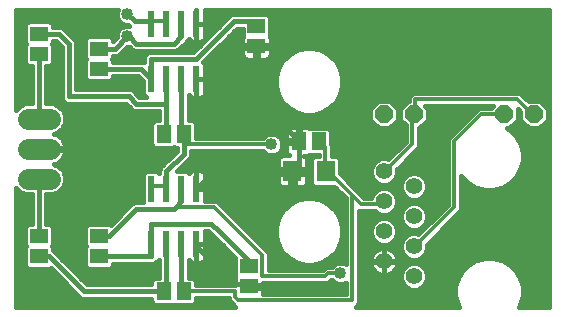
<source format=gtl>
G75*
%MOIN*%
%OFA0B0*%
%FSLAX24Y24*%
%IPPOS*%
%LPD*%
%AMOC8*
5,1,8,0,0,1.08239X$1,22.5*
%
%ADD10R,0.0630X0.0709*%
%ADD11C,0.0554*%
%ADD12R,0.0220X0.0860*%
%ADD13R,0.0591X0.0512*%
%ADD14R,0.0512X0.0591*%
%ADD15C,0.0709*%
%ADD16OC8,0.0594*%
%ADD17C,0.0160*%
%ADD18C,0.0140*%
%ADD19C,0.0400*%
D10*
X010032Y008833D03*
X011135Y008833D03*
D11*
X013083Y008833D03*
X014083Y008333D03*
X013083Y007833D03*
X014083Y007333D03*
X013083Y006833D03*
X014083Y006333D03*
X013083Y005833D03*
X014083Y005333D03*
D12*
X006833Y006403D03*
X006333Y006403D03*
X005833Y006403D03*
X005333Y006403D03*
X005333Y008263D03*
X005833Y008263D03*
X006333Y008263D03*
X006833Y008263D03*
X006833Y011903D03*
X006333Y011903D03*
X005833Y011903D03*
X005333Y011903D03*
X005333Y013763D03*
X005833Y013763D03*
X006333Y013763D03*
X006833Y013763D03*
D13*
X008833Y013668D03*
X008833Y012999D03*
X003583Y012918D03*
X003583Y012249D03*
X001583Y012749D03*
X001583Y013418D03*
X001583Y006668D03*
X001583Y005999D03*
X003583Y005999D03*
X003583Y006668D03*
X008583Y005668D03*
X008583Y004999D03*
D14*
X006418Y004833D03*
X005749Y004833D03*
X010249Y009833D03*
X010918Y009833D03*
X006418Y010083D03*
X005749Y010083D03*
D15*
X001938Y009583D02*
X001229Y009583D01*
X001229Y008583D02*
X001938Y008583D01*
X001938Y010583D02*
X001229Y010583D01*
D16*
X013083Y010733D03*
X014083Y010733D03*
X017083Y010733D03*
X018083Y010733D03*
D17*
X000813Y008272D02*
X000813Y004313D01*
X008128Y004313D01*
X008003Y004438D01*
X007903Y004538D01*
X007903Y004603D01*
X006834Y004603D01*
X006834Y004472D01*
X006740Y004378D01*
X006096Y004378D01*
X006083Y004391D01*
X006071Y004378D01*
X005427Y004378D01*
X005333Y004472D01*
X005333Y004593D01*
X003036Y004593D01*
X002947Y004630D01*
X002880Y004697D01*
X001970Y005608D01*
X001945Y005583D01*
X001222Y005583D01*
X001128Y005677D01*
X001128Y006321D01*
X001141Y006333D01*
X001128Y006346D01*
X001128Y006990D01*
X001222Y007084D01*
X001343Y007084D01*
X001343Y008069D01*
X001127Y008069D01*
X000938Y008147D01*
X000813Y008272D01*
X000813Y008271D02*
X000814Y008271D01*
X000813Y008113D02*
X001021Y008113D01*
X000813Y007954D02*
X001343Y007954D01*
X001343Y007796D02*
X000813Y007796D01*
X000813Y007637D02*
X001343Y007637D01*
X001343Y007479D02*
X000813Y007479D01*
X000813Y007320D02*
X001343Y007320D01*
X001343Y007162D02*
X000813Y007162D01*
X000813Y007003D02*
X001141Y007003D01*
X001128Y006845D02*
X000813Y006845D01*
X000813Y006686D02*
X001128Y006686D01*
X001128Y006528D02*
X000813Y006528D01*
X000813Y006369D02*
X001128Y006369D01*
X001128Y006211D02*
X000813Y006211D01*
X000813Y006052D02*
X001128Y006052D01*
X001128Y005894D02*
X000813Y005894D01*
X000813Y005735D02*
X001128Y005735D01*
X000813Y005577D02*
X002000Y005577D01*
X002159Y005418D02*
X000813Y005418D01*
X000813Y005260D02*
X002317Y005260D01*
X002476Y005101D02*
X000813Y005101D01*
X000813Y004943D02*
X002634Y004943D01*
X002793Y004784D02*
X000813Y004784D01*
X000813Y004626D02*
X002957Y004626D01*
X003083Y004833D02*
X005749Y004833D01*
X005833Y004918D01*
X005833Y006403D01*
X005333Y006403D02*
X005333Y007083D01*
X007333Y007083D01*
X007583Y006833D01*
X008583Y005833D01*
X008583Y005668D01*
X008128Y005735D02*
X006573Y005735D01*
X006613Y005829D02*
X006654Y005806D01*
X006700Y005793D01*
X006833Y005793D01*
X006833Y006403D01*
X006833Y006403D01*
X006833Y005793D01*
X006967Y005793D01*
X007013Y005806D01*
X007054Y005829D01*
X007087Y005863D01*
X007111Y005904D01*
X007123Y005950D01*
X007123Y006403D01*
X006833Y006403D01*
X006833Y006333D01*
X008083Y005083D01*
X008499Y005083D01*
X008583Y004999D01*
X008631Y005047D02*
X009059Y005047D01*
X009059Y005103D01*
X011229Y005103D01*
X011329Y005203D01*
X011354Y005203D01*
X011429Y005128D01*
X011562Y005073D01*
X011705Y005073D01*
X011803Y005114D01*
X011803Y004763D01*
X009059Y004763D01*
X009059Y004951D01*
X008631Y004951D01*
X008631Y005047D01*
X009059Y005101D02*
X011494Y005101D01*
X011773Y005101D02*
X011803Y005101D01*
X011803Y004943D02*
X009059Y004943D01*
X009059Y004784D02*
X011803Y004784D01*
X012263Y004784D02*
X015463Y004784D01*
X015463Y004686D02*
X015540Y004401D01*
X015590Y004313D01*
X012139Y004313D01*
X012263Y004438D01*
X012263Y007503D01*
X012795Y007503D01*
X012836Y007463D01*
X012996Y007396D01*
X013170Y007396D01*
X013331Y007463D01*
X013454Y007586D01*
X013520Y007746D01*
X013520Y007920D01*
X013454Y008081D01*
X013331Y008204D01*
X013170Y008270D01*
X012996Y008270D01*
X012836Y008204D01*
X012713Y008081D01*
X012664Y007963D01*
X012429Y007963D01*
X012263Y008129D01*
X012129Y008263D01*
X012129Y008263D01*
X011609Y008782D01*
X011609Y009254D01*
X011516Y009348D01*
X011363Y009348D01*
X011363Y009729D01*
X011334Y009758D01*
X011334Y010195D01*
X011240Y010289D01*
X010596Y010289D01*
X010593Y010286D01*
X010574Y010296D01*
X010528Y010309D01*
X010297Y010309D01*
X010297Y009881D01*
X010201Y009881D01*
X010201Y009785D01*
X009813Y009785D01*
X009813Y009514D01*
X009825Y009469D01*
X009849Y009428D01*
X009882Y009394D01*
X009923Y009370D01*
X009933Y009368D01*
X009693Y009368D01*
X009648Y009355D01*
X009607Y009332D01*
X009573Y009298D01*
X009549Y009257D01*
X009537Y009211D01*
X009537Y008911D01*
X009955Y008911D01*
X009955Y008756D01*
X010110Y008756D01*
X010110Y008911D01*
X010527Y008911D01*
X010527Y009211D01*
X010515Y009257D01*
X010491Y009298D01*
X010458Y009332D01*
X010417Y009355D01*
X010407Y009358D01*
X010528Y009358D01*
X010574Y009370D01*
X010593Y009381D01*
X010592Y009381D01*
X010593Y009381D02*
X010596Y009378D01*
X010903Y009378D01*
X010903Y009348D01*
X010753Y009348D01*
X010660Y009254D01*
X010660Y008413D01*
X010753Y008319D01*
X011422Y008319D01*
X011803Y007938D01*
X011803Y005753D01*
X011705Y005793D01*
X011562Y005793D01*
X011429Y005739D01*
X011354Y005663D01*
X011138Y005663D01*
X011038Y005563D01*
X009263Y005563D01*
X009263Y006129D01*
X007663Y007729D01*
X007529Y007863D01*
X007123Y007863D01*
X007123Y008263D01*
X006833Y008263D01*
X007403Y008833D01*
X007833Y008833D01*
X010032Y008833D01*
X010249Y009050D01*
X010249Y009833D01*
X008179Y011903D01*
X008083Y011903D01*
X008833Y012653D01*
X008833Y012999D01*
X008785Y013026D02*
X007616Y013026D01*
X007457Y012868D02*
X008358Y012868D01*
X008358Y012951D02*
X008358Y012719D01*
X008370Y012673D01*
X008394Y012632D01*
X008428Y012599D01*
X008469Y012575D01*
X008514Y012563D01*
X008785Y012563D01*
X008785Y012951D01*
X008358Y012951D01*
X008358Y013047D02*
X008785Y013047D01*
X008785Y012951D01*
X008881Y012951D01*
X008881Y012563D01*
X009152Y012563D01*
X009198Y012575D01*
X009239Y012599D01*
X009273Y012632D01*
X009296Y012673D01*
X009309Y012719D01*
X009309Y012951D01*
X008881Y012951D01*
X008881Y013047D01*
X009309Y013047D01*
X009309Y013278D01*
X009296Y013324D01*
X009286Y013343D01*
X018595Y013343D01*
X018595Y013185D02*
X009309Y013185D01*
X009286Y013343D02*
X009289Y013346D01*
X009289Y013990D01*
X009195Y014084D01*
X008472Y014084D01*
X008461Y014073D01*
X008036Y014073D01*
X007947Y014037D01*
X007880Y013969D01*
X006734Y012823D01*
X005286Y012823D01*
X005197Y012787D01*
X005130Y012719D01*
X005093Y012631D01*
X005093Y012465D01*
X005036Y012489D01*
X004039Y012489D01*
X004039Y012571D01*
X004026Y012583D01*
X004039Y012596D01*
X004039Y012678D01*
X004166Y012678D01*
X004254Y012715D01*
X004513Y012973D01*
X004604Y012973D01*
X004630Y012947D01*
X004697Y012880D01*
X004786Y012843D01*
X006131Y012843D01*
X006219Y012880D01*
X006287Y012947D01*
X006287Y012947D01*
X006469Y013130D01*
X006537Y013197D01*
X006539Y013203D01*
X006572Y013236D01*
X006579Y013223D01*
X006613Y013189D01*
X006654Y013166D01*
X006700Y013153D01*
X006833Y013153D01*
X006833Y013763D01*
X006833Y013763D01*
X006833Y013153D01*
X006967Y013153D01*
X007013Y013166D01*
X007054Y013189D01*
X007087Y013223D01*
X007111Y013264D01*
X007123Y013310D01*
X007123Y013763D01*
X006833Y013763D01*
X006833Y013763D01*
X006833Y014223D01*
X006833Y014223D01*
X006833Y013763D01*
X006833Y013763D01*
X007123Y013763D01*
X007123Y014217D01*
X007122Y014223D01*
X018595Y014223D01*
X018595Y004313D01*
X017576Y004313D01*
X017627Y004401D01*
X017703Y004686D01*
X017703Y004981D01*
X017627Y005266D01*
X017480Y005521D01*
X017271Y005730D01*
X017016Y005877D01*
X016731Y005953D01*
X016436Y005953D01*
X016151Y005877D01*
X015896Y005730D01*
X015687Y005521D01*
X015540Y005266D01*
X015463Y004981D01*
X015463Y004686D01*
X015479Y004626D02*
X012263Y004626D01*
X012263Y004467D02*
X015522Y004467D01*
X015463Y004943D02*
X014283Y004943D01*
X014331Y004963D02*
X014170Y004896D01*
X013996Y004896D01*
X013836Y004963D01*
X013713Y005086D01*
X013646Y005246D01*
X013646Y005420D01*
X013713Y005581D01*
X013836Y005704D01*
X013996Y005770D01*
X014170Y005770D01*
X014331Y005704D01*
X014454Y005581D01*
X014520Y005420D01*
X014520Y005246D01*
X014454Y005086D01*
X014331Y004963D01*
X014460Y005101D02*
X015496Y005101D01*
X015538Y005260D02*
X014520Y005260D01*
X014520Y005418D02*
X015628Y005418D01*
X015743Y005577D02*
X014456Y005577D01*
X014255Y005735D02*
X015906Y005735D01*
X016214Y005894D02*
X013537Y005894D01*
X013540Y005869D02*
X013529Y005940D01*
X013507Y006009D01*
X013474Y006073D01*
X013432Y006131D01*
X013381Y006182D01*
X013323Y006224D01*
X013259Y006257D01*
X013190Y006279D01*
X013119Y006290D01*
X013092Y006290D01*
X013092Y005842D01*
X013075Y005842D01*
X013075Y006290D01*
X013047Y006290D01*
X012976Y006279D01*
X012908Y006257D01*
X012844Y006224D01*
X012786Y006182D01*
X012735Y006131D01*
X012692Y006073D01*
X012660Y006009D01*
X012637Y005940D01*
X012626Y005869D01*
X012626Y005842D01*
X013075Y005842D01*
X013075Y005825D01*
X012626Y005825D01*
X012626Y005797D01*
X012637Y005726D01*
X012660Y005658D01*
X012692Y005594D01*
X012735Y005536D01*
X012786Y005485D01*
X012844Y005442D01*
X012908Y005410D01*
X012976Y005387D01*
X013047Y005376D01*
X013075Y005376D01*
X013075Y005825D01*
X013092Y005825D01*
X013092Y005842D01*
X013540Y005842D01*
X013540Y005869D01*
X013540Y005825D02*
X013092Y005825D01*
X013092Y005376D01*
X013119Y005376D01*
X013190Y005387D01*
X013259Y005410D01*
X013323Y005442D01*
X013381Y005485D01*
X013432Y005536D01*
X013474Y005594D01*
X013507Y005658D01*
X013529Y005726D01*
X013540Y005797D01*
X013540Y005825D01*
X013531Y005735D02*
X013911Y005735D01*
X013996Y005896D02*
X013836Y005963D01*
X013713Y006086D01*
X013646Y006246D01*
X013646Y006420D01*
X013713Y006581D01*
X013836Y006704D01*
X013996Y006770D01*
X014170Y006770D01*
X014223Y006749D01*
X015203Y007729D01*
X015203Y009929D01*
X016103Y010829D01*
X016238Y010963D01*
X016667Y010963D01*
X016707Y011003D01*
X014459Y011003D01*
X014540Y010923D01*
X014540Y010544D01*
X014273Y010276D01*
X014263Y010276D01*
X014263Y009638D01*
X014129Y009503D01*
X013520Y008895D01*
X013520Y008746D01*
X013454Y008586D01*
X013331Y008463D01*
X013170Y008396D01*
X012996Y008396D01*
X012836Y008463D01*
X012713Y008586D01*
X012646Y008746D01*
X012646Y008920D01*
X012713Y009081D01*
X012836Y009204D01*
X012996Y009270D01*
X013170Y009270D01*
X013223Y009249D01*
X013803Y009829D01*
X013803Y010367D01*
X013626Y010544D01*
X013626Y010923D01*
X013894Y011190D01*
X013903Y011190D01*
X013903Y011329D01*
X014038Y011463D01*
X017629Y011463D01*
X017763Y011329D01*
X017902Y011190D01*
X018273Y011190D01*
X018540Y010923D01*
X018540Y010544D01*
X018273Y010276D01*
X017894Y010276D01*
X017626Y010544D01*
X017626Y010815D01*
X017540Y010901D01*
X017540Y010544D01*
X017273Y010276D01*
X017190Y010276D01*
X017271Y010230D01*
X017480Y010021D01*
X017627Y009766D01*
X017703Y009481D01*
X017703Y009186D01*
X017627Y008901D01*
X017480Y008646D01*
X017271Y008437D01*
X017016Y008290D01*
X016731Y008213D01*
X016436Y008213D01*
X016151Y008290D01*
X015896Y008437D01*
X015687Y008646D01*
X015663Y008687D01*
X015663Y007538D01*
X015529Y007403D01*
X014520Y006395D01*
X014520Y006246D01*
X014454Y006086D01*
X014331Y005963D01*
X014170Y005896D01*
X013996Y005896D01*
X013746Y006052D02*
X013485Y006052D01*
X013342Y006211D02*
X013661Y006211D01*
X013646Y006369D02*
X012263Y006369D01*
X012263Y006211D02*
X012825Y006211D01*
X012682Y006052D02*
X012263Y006052D01*
X012263Y005894D02*
X012630Y005894D01*
X012636Y005735D02*
X012263Y005735D01*
X012263Y005577D02*
X012705Y005577D01*
X012891Y005418D02*
X012263Y005418D01*
X012263Y005260D02*
X013646Y005260D01*
X013646Y005418D02*
X013276Y005418D01*
X013092Y005418D02*
X013075Y005418D01*
X013075Y005577D02*
X013092Y005577D01*
X013075Y005735D02*
X013092Y005735D01*
X013075Y005894D02*
X013092Y005894D01*
X013075Y006052D02*
X013092Y006052D01*
X013075Y006211D02*
X013092Y006211D01*
X013170Y006396D02*
X013331Y006463D01*
X013454Y006586D01*
X013520Y006746D01*
X013520Y006920D01*
X013454Y007081D01*
X013331Y007204D01*
X013170Y007270D01*
X012996Y007270D01*
X012836Y007204D01*
X012713Y007081D01*
X012646Y006920D01*
X012646Y006746D01*
X012713Y006586D01*
X012836Y006463D01*
X012996Y006396D01*
X013170Y006396D01*
X013396Y006528D02*
X013691Y006528D01*
X013818Y006686D02*
X013496Y006686D01*
X013520Y006845D02*
X014320Y006845D01*
X014331Y006963D02*
X014170Y006896D01*
X013996Y006896D01*
X013836Y006963D01*
X013713Y007086D01*
X013646Y007246D01*
X013646Y007420D01*
X013713Y007581D01*
X013836Y007704D01*
X013996Y007770D01*
X014170Y007770D01*
X014331Y007704D01*
X014454Y007581D01*
X014520Y007420D01*
X014520Y007246D01*
X014454Y007086D01*
X014331Y006963D01*
X014372Y007003D02*
X014478Y007003D01*
X014485Y007162D02*
X014637Y007162D01*
X014520Y007320D02*
X014795Y007320D01*
X014954Y007479D02*
X014496Y007479D01*
X014398Y007637D02*
X015112Y007637D01*
X015203Y007796D02*
X013520Y007796D01*
X013506Y007954D02*
X013856Y007954D01*
X013836Y007963D02*
X013996Y007896D01*
X014170Y007896D01*
X014331Y007963D01*
X014454Y008086D01*
X014520Y008246D01*
X014520Y008420D01*
X014454Y008581D01*
X014331Y008704D01*
X014170Y008770D01*
X013996Y008770D01*
X013836Y008704D01*
X013713Y008581D01*
X013646Y008420D01*
X013646Y008246D01*
X013713Y008086D01*
X013836Y007963D01*
X013701Y008113D02*
X013422Y008113D01*
X013646Y008271D02*
X012121Y008271D01*
X012263Y008129D02*
X012263Y008129D01*
X012279Y008113D02*
X012745Y008113D01*
X012915Y008430D02*
X011962Y008430D01*
X011804Y008588D02*
X012712Y008588D01*
X012646Y008747D02*
X011645Y008747D01*
X011609Y008905D02*
X012646Y008905D01*
X012706Y009064D02*
X011609Y009064D01*
X011609Y009222D02*
X012880Y009222D01*
X013356Y009381D02*
X011363Y009381D01*
X011363Y009539D02*
X013514Y009539D01*
X013673Y009698D02*
X011363Y009698D01*
X011334Y009856D02*
X013803Y009856D01*
X013803Y010015D02*
X011334Y010015D01*
X011334Y010173D02*
X013803Y010173D01*
X013803Y010332D02*
X013328Y010332D01*
X013273Y010276D02*
X013540Y010544D01*
X013540Y010923D01*
X013273Y011190D01*
X012894Y011190D01*
X012626Y010923D01*
X012626Y010544D01*
X012894Y010276D01*
X013273Y010276D01*
X013486Y010490D02*
X013680Y010490D01*
X013626Y010649D02*
X013540Y010649D01*
X013540Y010807D02*
X013626Y010807D01*
X013670Y010966D02*
X013497Y010966D01*
X013338Y011124D02*
X013828Y011124D01*
X013903Y011283D02*
X011547Y011283D01*
X011618Y011405D02*
X011472Y011152D01*
X011265Y010945D01*
X011012Y010799D01*
X010729Y010723D01*
X010437Y010723D01*
X010155Y010799D01*
X009902Y010945D01*
X009695Y011152D01*
X009549Y011405D01*
X009473Y011687D01*
X009473Y011979D01*
X009549Y012262D01*
X009695Y012515D01*
X009902Y012722D01*
X010155Y012868D01*
X010437Y012943D01*
X010729Y012943D01*
X011012Y012868D01*
X011265Y012722D01*
X011472Y012515D01*
X011618Y012262D01*
X011693Y011979D01*
X011693Y011687D01*
X011618Y011405D01*
X011627Y011441D02*
X014016Y011441D01*
X014497Y010966D02*
X016670Y010966D01*
X016082Y010807D02*
X014540Y010807D01*
X014540Y010649D02*
X015924Y010649D01*
X015765Y010490D02*
X014486Y010490D01*
X014328Y010332D02*
X015607Y010332D01*
X015448Y010173D02*
X014263Y010173D01*
X014263Y010015D02*
X015290Y010015D01*
X015203Y009856D02*
X014263Y009856D01*
X014263Y009698D02*
X015203Y009698D01*
X015203Y009539D02*
X014165Y009539D01*
X014006Y009381D02*
X015203Y009381D01*
X015203Y009222D02*
X013848Y009222D01*
X013689Y009064D02*
X015203Y009064D01*
X015203Y008905D02*
X013531Y008905D01*
X013520Y008747D02*
X013939Y008747D01*
X013720Y008588D02*
X013455Y008588D01*
X013650Y008430D02*
X013252Y008430D01*
X014227Y008747D02*
X015203Y008747D01*
X015203Y008588D02*
X014447Y008588D01*
X014517Y008430D02*
X015203Y008430D01*
X015203Y008271D02*
X014520Y008271D01*
X014465Y008113D02*
X015203Y008113D01*
X015203Y007954D02*
X014311Y007954D01*
X013769Y007637D02*
X013475Y007637D01*
X013347Y007479D02*
X013670Y007479D01*
X013646Y007320D02*
X012263Y007320D01*
X012263Y007162D02*
X012794Y007162D01*
X012681Y007003D02*
X012263Y007003D01*
X012263Y006845D02*
X012646Y006845D01*
X012671Y006686D02*
X012263Y006686D01*
X012263Y006528D02*
X012771Y006528D01*
X013486Y007003D02*
X013795Y007003D01*
X013681Y007162D02*
X013373Y007162D01*
X012820Y007479D02*
X012263Y007479D01*
X011803Y007479D02*
X011492Y007479D01*
X011472Y007515D02*
X011265Y007722D01*
X011012Y007868D01*
X010729Y007943D01*
X010437Y007943D01*
X010155Y007868D01*
X009902Y007722D01*
X009695Y007515D01*
X009549Y007262D01*
X009473Y006979D01*
X009473Y006687D01*
X009549Y006405D01*
X009695Y006152D01*
X009902Y005945D01*
X010155Y005799D01*
X010437Y005723D01*
X010729Y005723D01*
X011012Y005799D01*
X011265Y005945D01*
X011472Y006152D01*
X011618Y006405D01*
X011693Y006687D01*
X011693Y006979D01*
X011618Y007262D01*
X011472Y007515D01*
X011349Y007637D02*
X011803Y007637D01*
X011803Y007796D02*
X011136Y007796D01*
X011787Y007954D02*
X007123Y007954D01*
X007123Y008113D02*
X011629Y008113D01*
X011470Y008271D02*
X007123Y008271D01*
X007123Y008263D02*
X007123Y008717D01*
X007111Y008763D01*
X007087Y008804D01*
X007054Y008837D01*
X007013Y008861D01*
X006967Y008873D01*
X006833Y008873D01*
X006700Y008873D01*
X006654Y008861D01*
X006613Y008837D01*
X006579Y008804D01*
X006572Y008791D01*
X006510Y008853D01*
X006193Y008853D01*
X006621Y009282D01*
X006658Y009370D01*
X006658Y009503D01*
X009054Y009503D01*
X009129Y009428D01*
X009262Y009373D01*
X009405Y009373D01*
X009537Y009428D01*
X009639Y009529D01*
X009693Y009662D01*
X009693Y009805D01*
X009639Y009937D01*
X009537Y010039D01*
X009405Y010093D01*
X009262Y010093D01*
X009129Y010039D01*
X009054Y009963D01*
X006834Y009963D01*
X006834Y010445D01*
X006740Y010539D01*
X006573Y010539D01*
X006573Y011373D01*
X006579Y011363D01*
X006613Y011329D01*
X006654Y011306D01*
X006700Y011293D01*
X006833Y011293D01*
X006833Y011903D01*
X006833Y011903D01*
X006833Y011293D01*
X006967Y011293D01*
X007013Y011306D01*
X007054Y011329D01*
X007087Y011363D01*
X007111Y011404D01*
X007123Y011450D01*
X007123Y011903D01*
X006833Y011903D01*
X008083Y011903D01*
X007123Y011903D02*
X007123Y012357D01*
X007111Y012403D01*
X007087Y012444D01*
X007060Y012471D01*
X008183Y013593D01*
X008378Y013593D01*
X008378Y013346D01*
X008381Y013343D01*
X008370Y013324D01*
X008358Y013278D01*
X008358Y013047D01*
X008358Y013185D02*
X007774Y013185D01*
X007933Y013343D02*
X008381Y013343D01*
X008378Y013502D02*
X008091Y013502D01*
X007571Y013660D02*
X007123Y013660D01*
X007123Y013502D02*
X007412Y013502D01*
X007254Y013343D02*
X007123Y013343D01*
X007095Y013185D02*
X007046Y013185D01*
X006937Y013026D02*
X006366Y013026D01*
X006469Y013130D02*
X006469Y013130D01*
X006524Y013185D02*
X006621Y013185D01*
X006833Y013185D02*
X006833Y013185D01*
X006833Y013343D02*
X006833Y013343D01*
X006833Y013502D02*
X006833Y013502D01*
X006833Y013660D02*
X006833Y013660D01*
X006833Y013819D02*
X006833Y013819D01*
X006833Y013977D02*
X006833Y013977D01*
X006833Y014136D02*
X006833Y014136D01*
X007123Y014136D02*
X018595Y014136D01*
X018595Y013977D02*
X009289Y013977D01*
X009289Y013819D02*
X018595Y013819D01*
X018595Y013660D02*
X009289Y013660D01*
X009289Y013502D02*
X018595Y013502D01*
X018595Y013026D02*
X008881Y013026D01*
X008881Y012868D02*
X008785Y012868D01*
X008785Y012709D02*
X008881Y012709D01*
X009306Y012709D02*
X009890Y012709D01*
X009731Y012551D02*
X007140Y012551D01*
X007114Y012392D02*
X009624Y012392D01*
X009541Y012234D02*
X007123Y012234D01*
X007123Y012075D02*
X009499Y012075D01*
X009473Y011917D02*
X007123Y011917D01*
X007123Y011903D02*
X006833Y011903D01*
X006833Y011903D01*
X006833Y011758D02*
X006833Y011758D01*
X006833Y011600D02*
X006833Y011600D01*
X006833Y011441D02*
X006833Y011441D01*
X007121Y011441D02*
X009539Y011441D01*
X009497Y011600D02*
X007123Y011600D01*
X007123Y011758D02*
X009473Y011758D01*
X009619Y011283D02*
X006573Y011283D01*
X006573Y011124D02*
X009723Y011124D01*
X009881Y010966D02*
X006573Y010966D01*
X006573Y010807D02*
X010140Y010807D01*
X010201Y010309D02*
X009969Y010309D01*
X009923Y010296D01*
X009882Y010273D01*
X009849Y010239D01*
X009825Y010198D01*
X009813Y010152D01*
X009813Y009881D01*
X010201Y009881D01*
X010201Y010309D01*
X010201Y010173D02*
X010297Y010173D01*
X010297Y010015D02*
X010201Y010015D01*
X010201Y009856D02*
X009672Y009856D01*
X009693Y009698D02*
X009813Y009698D01*
X009813Y009539D02*
X009643Y009539D01*
X009423Y009381D02*
X009905Y009381D01*
X009540Y009222D02*
X006562Y009222D01*
X006658Y009381D02*
X009244Y009381D01*
X009537Y009064D02*
X006403Y009064D01*
X006245Y008905D02*
X009955Y008905D01*
X009955Y008756D02*
X009537Y008756D01*
X009537Y008455D01*
X009549Y008410D01*
X009573Y008368D01*
X009607Y008335D01*
X009648Y008311D01*
X009693Y008299D01*
X009955Y008299D01*
X009955Y008756D01*
X009955Y008747D02*
X010110Y008747D01*
X010110Y008756D02*
X010110Y008299D01*
X010371Y008299D01*
X010417Y008311D01*
X010458Y008335D01*
X010491Y008368D01*
X010515Y008410D01*
X010527Y008455D01*
X010527Y008756D01*
X010110Y008756D01*
X010110Y008905D02*
X010660Y008905D01*
X010660Y008747D02*
X010527Y008747D01*
X010527Y008588D02*
X010660Y008588D01*
X010660Y008430D02*
X010520Y008430D01*
X010110Y008430D02*
X009955Y008430D01*
X009955Y008588D02*
X010110Y008588D01*
X009537Y008588D02*
X007123Y008588D01*
X007123Y008430D02*
X009544Y008430D01*
X009537Y008747D02*
X007115Y008747D01*
X006833Y008747D02*
X006833Y008747D01*
X006833Y008873D02*
X006833Y008263D01*
X006833Y008873D01*
X006833Y008588D02*
X006833Y008588D01*
X006833Y008430D02*
X006833Y008430D01*
X006833Y008271D02*
X006833Y008271D01*
X006833Y008263D02*
X006833Y008263D01*
X006833Y008263D01*
X007123Y008263D01*
X006333Y008263D02*
X006333Y007833D01*
X006183Y007683D01*
X006083Y007583D01*
X004833Y007583D01*
X003918Y006668D01*
X003583Y006668D01*
X003128Y006686D02*
X002039Y006686D01*
X002039Y006528D02*
X003128Y006528D01*
X003128Y006369D02*
X002039Y006369D01*
X002039Y006346D02*
X002039Y006990D01*
X001945Y007084D01*
X001823Y007084D01*
X001823Y008069D01*
X002040Y008069D01*
X002229Y008147D01*
X002374Y008292D01*
X002452Y008481D01*
X002452Y008686D01*
X002374Y008875D01*
X002229Y009019D01*
X002098Y009074D01*
X002143Y009088D01*
X002218Y009126D01*
X002286Y009176D01*
X002345Y009235D01*
X002395Y009303D01*
X002433Y009378D01*
X002459Y009458D01*
X002472Y009541D01*
X002472Y009545D01*
X001621Y009545D01*
X001621Y009621D01*
X002472Y009621D01*
X002472Y009625D01*
X002459Y009708D01*
X002433Y009788D01*
X002395Y009863D01*
X002345Y009931D01*
X002286Y009991D01*
X002218Y010040D01*
X002143Y010079D01*
X002098Y010093D01*
X002229Y010147D01*
X002374Y010292D01*
X002452Y010481D01*
X002452Y010686D01*
X002374Y010875D01*
X002229Y011019D01*
X002040Y011098D01*
X001823Y011098D01*
X001823Y012333D01*
X001945Y012333D01*
X002039Y012427D01*
X002039Y013071D01*
X002026Y013083D01*
X002039Y013096D01*
X002039Y013178D01*
X002149Y013178D01*
X002343Y012984D01*
X002343Y011286D01*
X002380Y011197D01*
X002447Y011130D01*
X002536Y011093D01*
X004484Y011093D01*
X004630Y010947D01*
X004697Y010880D01*
X004786Y010843D01*
X005593Y010843D01*
X005593Y010539D01*
X005427Y010539D01*
X005333Y010445D01*
X005333Y009722D01*
X005427Y009628D01*
X006071Y009628D01*
X006083Y009641D01*
X006096Y009628D01*
X006178Y009628D01*
X006178Y009517D01*
X005697Y009037D01*
X005630Y008969D01*
X005593Y008881D01*
X005593Y008790D01*
X005583Y008780D01*
X005510Y008853D01*
X005157Y008853D01*
X005063Y008760D01*
X005063Y007823D01*
X004786Y007823D01*
X004697Y007787D01*
X004630Y007719D01*
X003970Y007059D01*
X003945Y007084D01*
X003222Y007084D01*
X003128Y006990D01*
X003128Y006346D01*
X003141Y006333D01*
X003128Y006321D01*
X003128Y005677D01*
X003222Y005583D01*
X003945Y005583D01*
X004039Y005677D01*
X004039Y005759D01*
X005381Y005759D01*
X005469Y005795D01*
X005487Y005813D01*
X005510Y005813D01*
X005583Y005887D01*
X005593Y005877D01*
X005593Y005289D01*
X005427Y005289D01*
X005333Y005195D01*
X005333Y005073D01*
X003183Y005073D01*
X002054Y006202D01*
X002039Y006208D01*
X002039Y006321D01*
X002026Y006333D01*
X002039Y006346D01*
X002039Y006211D02*
X003128Y006211D01*
X003128Y006052D02*
X002204Y006052D01*
X002362Y005894D02*
X003128Y005894D01*
X003128Y005735D02*
X002521Y005735D01*
X002679Y005577D02*
X005593Y005577D01*
X005593Y005735D02*
X004039Y005735D01*
X003583Y005999D02*
X005333Y005999D01*
X005333Y006403D01*
X006333Y006403D02*
X006333Y004918D01*
X006418Y004833D01*
X006834Y005063D02*
X006834Y005195D01*
X006740Y005289D01*
X006573Y005289D01*
X006573Y005873D01*
X006579Y005863D01*
X006613Y005829D01*
X006833Y005894D02*
X006833Y005894D01*
X006833Y006052D02*
X006833Y006052D01*
X006833Y006211D02*
X006833Y006211D01*
X006833Y006369D02*
X006833Y006369D01*
X006833Y006403D02*
X006833Y006403D01*
X007123Y006403D01*
X007123Y006843D01*
X007234Y006843D01*
X007380Y006697D01*
X008128Y005949D01*
X008128Y005346D01*
X008131Y005343D01*
X008120Y005324D01*
X008108Y005278D01*
X008108Y005063D01*
X006834Y005063D01*
X006834Y005101D02*
X008108Y005101D01*
X008108Y005260D02*
X006769Y005260D01*
X006573Y005418D02*
X008128Y005418D01*
X008128Y005577D02*
X006573Y005577D01*
X007105Y005894D02*
X008128Y005894D01*
X008025Y006052D02*
X007123Y006052D01*
X007123Y006211D02*
X007866Y006211D01*
X007708Y006369D02*
X007123Y006369D01*
X007123Y006528D02*
X007549Y006528D01*
X007391Y006686D02*
X007123Y006686D01*
X007380Y006697D02*
X007380Y006697D01*
X008072Y007320D02*
X009583Y007320D01*
X009522Y007162D02*
X008230Y007162D01*
X008389Y007003D02*
X009480Y007003D01*
X009473Y006845D02*
X008547Y006845D01*
X008706Y006686D02*
X009474Y006686D01*
X009516Y006528D02*
X008864Y006528D01*
X009023Y006369D02*
X009570Y006369D01*
X009661Y006211D02*
X009181Y006211D01*
X009263Y006052D02*
X009795Y006052D01*
X009991Y005894D02*
X009263Y005894D01*
X009263Y005735D02*
X010392Y005735D01*
X010774Y005735D02*
X011426Y005735D01*
X011176Y005894D02*
X011803Y005894D01*
X011803Y006052D02*
X011372Y006052D01*
X011506Y006211D02*
X011803Y006211D01*
X011803Y006369D02*
X011597Y006369D01*
X011651Y006528D02*
X011803Y006528D01*
X011803Y006686D02*
X011693Y006686D01*
X011693Y006845D02*
X011803Y006845D01*
X011803Y007003D02*
X011687Y007003D01*
X011644Y007162D02*
X011803Y007162D01*
X011803Y007320D02*
X011584Y007320D01*
X010030Y007796D02*
X007596Y007796D01*
X007755Y007637D02*
X009818Y007637D01*
X009674Y007479D02*
X007913Y007479D01*
X005833Y008263D02*
X005833Y008333D01*
X005833Y008833D01*
X006418Y009418D01*
X006418Y009733D01*
X006418Y010083D01*
X006333Y010168D01*
X006333Y011903D01*
X005833Y011903D02*
X005833Y011833D01*
X005833Y011903D02*
X005833Y011083D01*
X004833Y011083D01*
X004583Y011333D01*
X002583Y011333D01*
X002583Y013083D01*
X002249Y013418D01*
X001583Y013418D01*
X001128Y013343D02*
X000813Y013343D01*
X000813Y013185D02*
X001128Y013185D01*
X001128Y013096D02*
X001141Y013083D01*
X001128Y013071D01*
X001128Y012427D01*
X001222Y012333D01*
X001343Y012333D01*
X001343Y011098D01*
X001127Y011098D01*
X000938Y011019D01*
X000813Y010895D01*
X000813Y014223D01*
X004202Y014223D01*
X004173Y014155D01*
X004173Y014012D01*
X004228Y013879D01*
X004329Y013778D01*
X004462Y013723D01*
X004554Y013723D01*
X004584Y013693D01*
X004462Y013693D01*
X004329Y013639D01*
X004228Y013537D01*
X004173Y013405D01*
X004173Y013313D01*
X004039Y013178D01*
X004039Y013240D01*
X003945Y013334D01*
X003222Y013334D01*
X003128Y013240D01*
X003128Y012596D01*
X003141Y012583D01*
X003128Y012571D01*
X003128Y011927D01*
X003222Y011833D01*
X003945Y011833D01*
X004039Y011927D01*
X004039Y012009D01*
X004889Y012009D01*
X005063Y011834D01*
X005063Y011407D01*
X005147Y011323D01*
X004933Y011323D01*
X004719Y011537D01*
X004631Y011573D01*
X002823Y011573D01*
X002823Y013131D01*
X002787Y013219D01*
X002719Y013287D01*
X002385Y013621D01*
X002296Y013658D01*
X002039Y013658D01*
X002039Y013740D01*
X001945Y013834D01*
X001222Y013834D01*
X001128Y013740D01*
X001128Y013096D01*
X001128Y013026D02*
X000813Y013026D01*
X000813Y012868D02*
X001128Y012868D01*
X001128Y012709D02*
X000813Y012709D01*
X000813Y012551D02*
X001128Y012551D01*
X001162Y012392D02*
X000813Y012392D01*
X000813Y012234D02*
X001343Y012234D01*
X001343Y012075D02*
X000813Y012075D01*
X000813Y011917D02*
X001343Y011917D01*
X001343Y011758D02*
X000813Y011758D01*
X000813Y011600D02*
X001343Y011600D01*
X001343Y011441D02*
X000813Y011441D01*
X000813Y011283D02*
X001343Y011283D01*
X001343Y011124D02*
X000813Y011124D01*
X000813Y010966D02*
X000884Y010966D01*
X001583Y010583D02*
X001583Y012749D01*
X002039Y012709D02*
X002343Y012709D01*
X002343Y012551D02*
X002039Y012551D01*
X002004Y012392D02*
X002343Y012392D01*
X002343Y012234D02*
X001823Y012234D01*
X001823Y012075D02*
X002343Y012075D01*
X002343Y011917D02*
X001823Y011917D01*
X001823Y011758D02*
X002343Y011758D01*
X002343Y011600D02*
X001823Y011600D01*
X001823Y011441D02*
X002343Y011441D01*
X002344Y011283D02*
X001823Y011283D01*
X001823Y011124D02*
X002461Y011124D01*
X002283Y010966D02*
X004611Y010966D01*
X004815Y011441D02*
X005063Y011441D01*
X005063Y011600D02*
X002823Y011600D01*
X002823Y011758D02*
X005063Y011758D01*
X004980Y011917D02*
X004029Y011917D01*
X003583Y012249D02*
X004988Y012249D01*
X005333Y011903D01*
X005333Y012583D01*
X006833Y012583D01*
X008083Y013833D01*
X008749Y013833D01*
X008833Y013668D01*
X007888Y013977D02*
X007123Y013977D01*
X007123Y013819D02*
X007729Y013819D01*
X006333Y013763D02*
X006333Y013333D01*
X006083Y013083D01*
X004833Y013083D01*
X004583Y013333D01*
X004533Y013333D01*
X004118Y012918D01*
X003583Y012918D01*
X003128Y012868D02*
X002823Y012868D01*
X002823Y013026D02*
X003128Y013026D01*
X003128Y013185D02*
X002801Y013185D01*
X002663Y013343D02*
X004173Y013343D01*
X004213Y013502D02*
X002504Y013502D01*
X002039Y013660D02*
X004382Y013660D01*
X004289Y013819D02*
X001960Y013819D01*
X001207Y013819D02*
X000813Y013819D01*
X000813Y013977D02*
X004188Y013977D01*
X004173Y014136D02*
X000813Y014136D01*
X000813Y013660D02*
X001128Y013660D01*
X001128Y013502D02*
X000813Y013502D01*
X002039Y013026D02*
X002301Y013026D01*
X002343Y012868D02*
X002039Y012868D01*
X002823Y012709D02*
X003128Y012709D01*
X003128Y012551D02*
X002823Y012551D01*
X002823Y012392D02*
X003128Y012392D01*
X003128Y012234D02*
X002823Y012234D01*
X002823Y012075D02*
X003128Y012075D01*
X003138Y011917D02*
X002823Y011917D01*
X004039Y012551D02*
X005093Y012551D01*
X005126Y012709D02*
X004241Y012709D01*
X004407Y012868D02*
X004726Y012868D01*
X004630Y012947D02*
X004630Y012947D01*
X004045Y013185D02*
X004039Y013185D01*
X004783Y013833D02*
X004533Y014083D01*
X004783Y013833D02*
X005333Y013833D01*
X006190Y012868D02*
X006778Y012868D01*
X007299Y012709D02*
X008361Y012709D01*
X009309Y012868D02*
X010155Y012868D01*
X011011Y012868D02*
X018595Y012868D01*
X018595Y012709D02*
X011277Y012709D01*
X011436Y012551D02*
X018595Y012551D01*
X018595Y012392D02*
X011542Y012392D01*
X011625Y012234D02*
X018595Y012234D01*
X018595Y012075D02*
X011668Y012075D01*
X011693Y011917D02*
X018595Y011917D01*
X018595Y011758D02*
X011693Y011758D01*
X011670Y011600D02*
X018595Y011600D01*
X018595Y011441D02*
X017651Y011441D01*
X017809Y011283D02*
X018595Y011283D01*
X018595Y011124D02*
X018338Y011124D01*
X018497Y010966D02*
X018595Y010966D01*
X018595Y010807D02*
X018540Y010807D01*
X018540Y010649D02*
X018595Y010649D01*
X018595Y010490D02*
X018486Y010490D01*
X018595Y010332D02*
X018328Y010332D01*
X018595Y010173D02*
X017327Y010173D01*
X017328Y010332D02*
X017839Y010332D01*
X017680Y010490D02*
X017486Y010490D01*
X017540Y010649D02*
X017626Y010649D01*
X017626Y010807D02*
X017540Y010807D01*
X017483Y010015D02*
X018595Y010015D01*
X018595Y009856D02*
X017575Y009856D01*
X017645Y009698D02*
X018595Y009698D01*
X018595Y009539D02*
X017688Y009539D01*
X017703Y009381D02*
X018595Y009381D01*
X018595Y009222D02*
X017703Y009222D01*
X017671Y009064D02*
X018595Y009064D01*
X018595Y008905D02*
X017628Y008905D01*
X017538Y008747D02*
X018595Y008747D01*
X018595Y008588D02*
X017422Y008588D01*
X017258Y008430D02*
X018595Y008430D01*
X018595Y008271D02*
X016947Y008271D01*
X016219Y008271D02*
X015663Y008271D01*
X015663Y008113D02*
X018595Y008113D01*
X018595Y007954D02*
X015663Y007954D01*
X015663Y007796D02*
X018595Y007796D01*
X018595Y007637D02*
X015663Y007637D01*
X015604Y007479D02*
X018595Y007479D01*
X018595Y007320D02*
X015446Y007320D01*
X015287Y007162D02*
X018595Y007162D01*
X018595Y007003D02*
X015129Y007003D01*
X014970Y006845D02*
X018595Y006845D01*
X018595Y006686D02*
X014812Y006686D01*
X014653Y006528D02*
X018595Y006528D01*
X018595Y006369D02*
X014520Y006369D01*
X014506Y006211D02*
X018595Y006211D01*
X018595Y006052D02*
X014421Y006052D01*
X013711Y005577D02*
X013462Y005577D01*
X013706Y005101D02*
X012263Y005101D01*
X012263Y004943D02*
X013884Y004943D01*
X011052Y005577D02*
X009263Y005577D01*
X007974Y004467D02*
X006829Y004467D01*
X005337Y004467D02*
X000813Y004467D01*
X002838Y005418D02*
X005593Y005418D01*
X005398Y005260D02*
X002996Y005260D01*
X003155Y005101D02*
X005333Y005101D01*
X003083Y004833D02*
X001918Y005999D01*
X001583Y005999D01*
X001583Y006668D02*
X001583Y008583D01*
X002122Y009064D02*
X005724Y009064D01*
X005603Y008905D02*
X002343Y008905D01*
X002427Y008747D02*
X005063Y008747D01*
X005063Y008588D02*
X002452Y008588D01*
X002431Y008430D02*
X005063Y008430D01*
X005063Y008271D02*
X002353Y008271D01*
X002146Y008113D02*
X005063Y008113D01*
X005063Y007954D02*
X001823Y007954D01*
X001823Y007796D02*
X004719Y007796D01*
X004548Y007637D02*
X001823Y007637D01*
X001823Y007479D02*
X004389Y007479D01*
X004231Y007320D02*
X001823Y007320D01*
X001823Y007162D02*
X004072Y007162D01*
X003141Y007003D02*
X002025Y007003D01*
X002039Y006845D02*
X003128Y006845D01*
X002332Y009222D02*
X005883Y009222D01*
X006041Y009381D02*
X002434Y009381D01*
X002472Y009539D02*
X006178Y009539D01*
X006834Y010015D02*
X009106Y010015D01*
X009561Y010015D02*
X009813Y010015D01*
X009818Y010173D02*
X006834Y010173D01*
X006834Y010332D02*
X012839Y010332D01*
X012680Y010490D02*
X006788Y010490D01*
X006573Y010649D02*
X012626Y010649D01*
X012626Y010807D02*
X011026Y010807D01*
X011286Y010966D02*
X012670Y010966D01*
X012828Y011124D02*
X011444Y011124D01*
X010660Y009222D02*
X010524Y009222D01*
X010527Y009064D02*
X010660Y009064D01*
X005833Y010083D02*
X005749Y010083D01*
X005833Y010168D01*
X005833Y011083D01*
X005593Y010807D02*
X002402Y010807D01*
X002452Y010649D02*
X005593Y010649D01*
X005378Y010490D02*
X002452Y010490D01*
X002390Y010332D02*
X005333Y010332D01*
X005333Y010173D02*
X002255Y010173D01*
X002253Y010015D02*
X005333Y010015D01*
X005333Y009856D02*
X002398Y009856D01*
X002461Y009698D02*
X005357Y009698D01*
X015663Y008588D02*
X015744Y008588D01*
X015663Y008430D02*
X015908Y008430D01*
X016953Y005894D02*
X018595Y005894D01*
X018595Y005735D02*
X017261Y005735D01*
X017424Y005577D02*
X018595Y005577D01*
X018595Y005418D02*
X017539Y005418D01*
X017629Y005260D02*
X018595Y005260D01*
X018595Y005101D02*
X017671Y005101D01*
X017703Y004943D02*
X018595Y004943D01*
X018595Y004784D02*
X017703Y004784D01*
X017687Y004626D02*
X018595Y004626D01*
X018595Y004467D02*
X017645Y004467D01*
D18*
X015433Y007633D02*
X014133Y006333D01*
X014083Y006333D01*
X015433Y007633D02*
X015433Y009833D01*
X016333Y010733D01*
X017033Y010733D01*
X017083Y010733D01*
X017533Y011233D02*
X014133Y011233D01*
X014133Y010733D01*
X014083Y010733D01*
X014033Y010733D01*
X014033Y009733D01*
X013133Y008833D01*
X013083Y008833D01*
X012033Y008033D02*
X012033Y004533D01*
X008233Y004533D01*
X008133Y004633D01*
X008133Y004833D01*
X006418Y004833D01*
X009033Y005333D02*
X009033Y006033D01*
X007433Y007633D01*
X006233Y007633D01*
X006183Y007683D01*
X005833Y008333D02*
X005333Y008333D01*
X005333Y008263D01*
X006418Y009733D02*
X009333Y009733D01*
X010918Y009833D02*
X010933Y009833D01*
X011133Y009633D01*
X011133Y008833D01*
X011135Y008833D01*
X011233Y008833D01*
X012033Y008033D01*
X012333Y007733D01*
X013033Y007733D01*
X013033Y007833D01*
X013083Y007833D01*
X011633Y005433D02*
X011233Y005433D01*
X011133Y005333D01*
X009033Y005333D01*
X017533Y011233D02*
X018033Y010733D01*
X018083Y010733D01*
X006833Y013763D02*
X006833Y013833D01*
X006833Y013763D01*
X005833Y013763D02*
X005833Y013833D01*
X005333Y013833D01*
X005333Y013763D01*
D19*
X004533Y014083D03*
X004533Y013333D03*
X007583Y014083D03*
X001083Y011833D03*
X007833Y008833D03*
X009333Y009733D03*
X011633Y005433D03*
X007333Y005333D03*
X001583Y004833D03*
M02*

</source>
